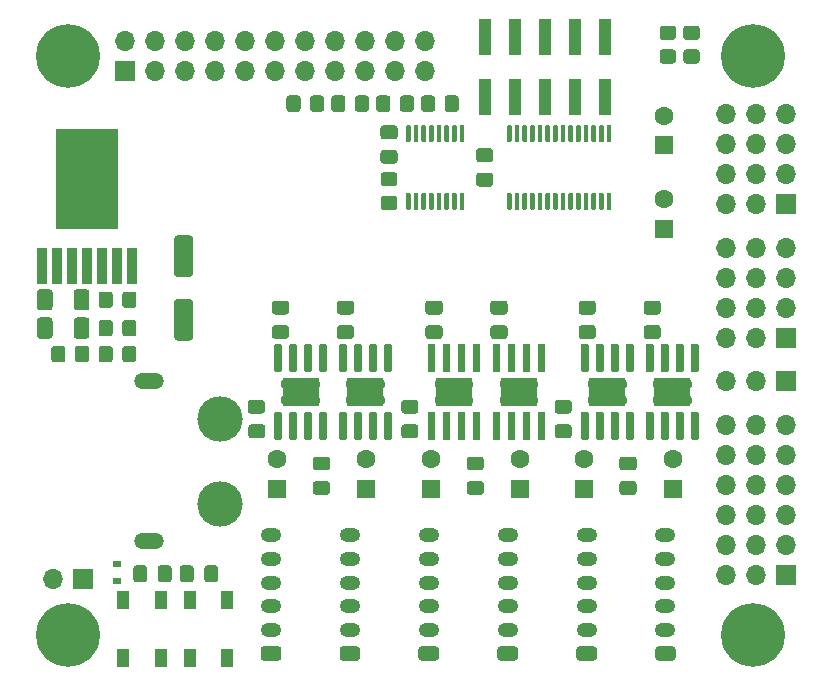
<source format=gts>
G04 #@! TF.GenerationSoftware,KiCad,Pcbnew,(5.1.10)-1*
G04 #@! TF.CreationDate,2021-06-06T14:26:22+02:00*
G04 #@! TF.ProjectId,ww2020,77773230-3230-42e6-9b69-6361645f7063,rev?*
G04 #@! TF.SameCoordinates,Original*
G04 #@! TF.FileFunction,Soldermask,Top*
G04 #@! TF.FilePolarity,Negative*
%FSLAX46Y46*%
G04 Gerber Fmt 4.6, Leading zero omitted, Abs format (unit mm)*
G04 Created by KiCad (PCBNEW (5.1.10)-1) date 2021-06-06 14:26:22*
%MOMM*%
%LPD*%
G01*
G04 APERTURE LIST*
%ADD10R,1.000000X3.150000*%
%ADD11C,1.600000*%
%ADD12R,1.600000X1.600000*%
%ADD13O,1.700000X1.700000*%
%ADD14R,1.700000X1.700000*%
%ADD15O,2.527000X1.327000*%
%ADD16C,3.843000*%
%ADD17R,0.890000X3.060000*%
%ADD18R,5.350000X8.540000*%
%ADD19C,0.770000*%
%ADD20R,3.100000X2.400000*%
%ADD21O,1.750000X1.200000*%
%ADD22C,0.800000*%
%ADD23C,5.400000*%
%ADD24R,0.700000X0.600000*%
%ADD25R,1.000000X1.500000*%
G04 APERTURE END LIST*
G36*
G01*
X132418600Y-54775000D02*
X132218600Y-54775000D01*
G75*
G02*
X132118600Y-54675000I0J100000D01*
G01*
X132118600Y-53400000D01*
G75*
G02*
X132218600Y-53300000I100000J0D01*
G01*
X132418600Y-53300000D01*
G75*
G02*
X132518600Y-53400000I0J-100000D01*
G01*
X132518600Y-54675000D01*
G75*
G02*
X132418600Y-54775000I-100000J0D01*
G01*
G37*
G36*
G01*
X133068600Y-54775000D02*
X132868600Y-54775000D01*
G75*
G02*
X132768600Y-54675000I0J100000D01*
G01*
X132768600Y-53400000D01*
G75*
G02*
X132868600Y-53300000I100000J0D01*
G01*
X133068600Y-53300000D01*
G75*
G02*
X133168600Y-53400000I0J-100000D01*
G01*
X133168600Y-54675000D01*
G75*
G02*
X133068600Y-54775000I-100000J0D01*
G01*
G37*
G36*
G01*
X133718600Y-54775000D02*
X133518600Y-54775000D01*
G75*
G02*
X133418600Y-54675000I0J100000D01*
G01*
X133418600Y-53400000D01*
G75*
G02*
X133518600Y-53300000I100000J0D01*
G01*
X133718600Y-53300000D01*
G75*
G02*
X133818600Y-53400000I0J-100000D01*
G01*
X133818600Y-54675000D01*
G75*
G02*
X133718600Y-54775000I-100000J0D01*
G01*
G37*
G36*
G01*
X134368600Y-54775000D02*
X134168600Y-54775000D01*
G75*
G02*
X134068600Y-54675000I0J100000D01*
G01*
X134068600Y-53400000D01*
G75*
G02*
X134168600Y-53300000I100000J0D01*
G01*
X134368600Y-53300000D01*
G75*
G02*
X134468600Y-53400000I0J-100000D01*
G01*
X134468600Y-54675000D01*
G75*
G02*
X134368600Y-54775000I-100000J0D01*
G01*
G37*
G36*
G01*
X135018600Y-54775000D02*
X134818600Y-54775000D01*
G75*
G02*
X134718600Y-54675000I0J100000D01*
G01*
X134718600Y-53400000D01*
G75*
G02*
X134818600Y-53300000I100000J0D01*
G01*
X135018600Y-53300000D01*
G75*
G02*
X135118600Y-53400000I0J-100000D01*
G01*
X135118600Y-54675000D01*
G75*
G02*
X135018600Y-54775000I-100000J0D01*
G01*
G37*
G36*
G01*
X135668600Y-54775000D02*
X135468600Y-54775000D01*
G75*
G02*
X135368600Y-54675000I0J100000D01*
G01*
X135368600Y-53400000D01*
G75*
G02*
X135468600Y-53300000I100000J0D01*
G01*
X135668600Y-53300000D01*
G75*
G02*
X135768600Y-53400000I0J-100000D01*
G01*
X135768600Y-54675000D01*
G75*
G02*
X135668600Y-54775000I-100000J0D01*
G01*
G37*
G36*
G01*
X136318600Y-54775000D02*
X136118600Y-54775000D01*
G75*
G02*
X136018600Y-54675000I0J100000D01*
G01*
X136018600Y-53400000D01*
G75*
G02*
X136118600Y-53300000I100000J0D01*
G01*
X136318600Y-53300000D01*
G75*
G02*
X136418600Y-53400000I0J-100000D01*
G01*
X136418600Y-54675000D01*
G75*
G02*
X136318600Y-54775000I-100000J0D01*
G01*
G37*
G36*
G01*
X136968600Y-54775000D02*
X136768600Y-54775000D01*
G75*
G02*
X136668600Y-54675000I0J100000D01*
G01*
X136668600Y-53400000D01*
G75*
G02*
X136768600Y-53300000I100000J0D01*
G01*
X136968600Y-53300000D01*
G75*
G02*
X137068600Y-53400000I0J-100000D01*
G01*
X137068600Y-54675000D01*
G75*
G02*
X136968600Y-54775000I-100000J0D01*
G01*
G37*
G36*
G01*
X136968600Y-60500000D02*
X136768600Y-60500000D01*
G75*
G02*
X136668600Y-60400000I0J100000D01*
G01*
X136668600Y-59125000D01*
G75*
G02*
X136768600Y-59025000I100000J0D01*
G01*
X136968600Y-59025000D01*
G75*
G02*
X137068600Y-59125000I0J-100000D01*
G01*
X137068600Y-60400000D01*
G75*
G02*
X136968600Y-60500000I-100000J0D01*
G01*
G37*
G36*
G01*
X136318600Y-60500000D02*
X136118600Y-60500000D01*
G75*
G02*
X136018600Y-60400000I0J100000D01*
G01*
X136018600Y-59125000D01*
G75*
G02*
X136118600Y-59025000I100000J0D01*
G01*
X136318600Y-59025000D01*
G75*
G02*
X136418600Y-59125000I0J-100000D01*
G01*
X136418600Y-60400000D01*
G75*
G02*
X136318600Y-60500000I-100000J0D01*
G01*
G37*
G36*
G01*
X135668600Y-60500000D02*
X135468600Y-60500000D01*
G75*
G02*
X135368600Y-60400000I0J100000D01*
G01*
X135368600Y-59125000D01*
G75*
G02*
X135468600Y-59025000I100000J0D01*
G01*
X135668600Y-59025000D01*
G75*
G02*
X135768600Y-59125000I0J-100000D01*
G01*
X135768600Y-60400000D01*
G75*
G02*
X135668600Y-60500000I-100000J0D01*
G01*
G37*
G36*
G01*
X135018600Y-60500000D02*
X134818600Y-60500000D01*
G75*
G02*
X134718600Y-60400000I0J100000D01*
G01*
X134718600Y-59125000D01*
G75*
G02*
X134818600Y-59025000I100000J0D01*
G01*
X135018600Y-59025000D01*
G75*
G02*
X135118600Y-59125000I0J-100000D01*
G01*
X135118600Y-60400000D01*
G75*
G02*
X135018600Y-60500000I-100000J0D01*
G01*
G37*
G36*
G01*
X134368600Y-60500000D02*
X134168600Y-60500000D01*
G75*
G02*
X134068600Y-60400000I0J100000D01*
G01*
X134068600Y-59125000D01*
G75*
G02*
X134168600Y-59025000I100000J0D01*
G01*
X134368600Y-59025000D01*
G75*
G02*
X134468600Y-59125000I0J-100000D01*
G01*
X134468600Y-60400000D01*
G75*
G02*
X134368600Y-60500000I-100000J0D01*
G01*
G37*
G36*
G01*
X133718600Y-60500000D02*
X133518600Y-60500000D01*
G75*
G02*
X133418600Y-60400000I0J100000D01*
G01*
X133418600Y-59125000D01*
G75*
G02*
X133518600Y-59025000I100000J0D01*
G01*
X133718600Y-59025000D01*
G75*
G02*
X133818600Y-59125000I0J-100000D01*
G01*
X133818600Y-60400000D01*
G75*
G02*
X133718600Y-60500000I-100000J0D01*
G01*
G37*
G36*
G01*
X133068600Y-60500000D02*
X132868600Y-60500000D01*
G75*
G02*
X132768600Y-60400000I0J100000D01*
G01*
X132768600Y-59125000D01*
G75*
G02*
X132868600Y-59025000I100000J0D01*
G01*
X133068600Y-59025000D01*
G75*
G02*
X133168600Y-59125000I0J-100000D01*
G01*
X133168600Y-60400000D01*
G75*
G02*
X133068600Y-60500000I-100000J0D01*
G01*
G37*
G36*
G01*
X132418600Y-60500000D02*
X132218600Y-60500000D01*
G75*
G02*
X132118600Y-60400000I0J100000D01*
G01*
X132118600Y-59125000D01*
G75*
G02*
X132218600Y-59025000I100000J0D01*
G01*
X132418600Y-59025000D01*
G75*
G02*
X132518600Y-59125000I0J-100000D01*
G01*
X132518600Y-60400000D01*
G75*
G02*
X132418600Y-60500000I-100000J0D01*
G01*
G37*
D10*
X148945600Y-45875000D03*
X148945600Y-50925000D03*
X146405600Y-45875000D03*
X146405600Y-50925000D03*
X143865600Y-45875000D03*
X143865600Y-50925000D03*
X141325600Y-45875000D03*
X141325600Y-50925000D03*
X138785600Y-45875000D03*
X138785600Y-50925000D03*
G36*
G01*
X140975000Y-54775000D02*
X140775000Y-54775000D01*
G75*
G02*
X140675000Y-54675000I0J100000D01*
G01*
X140675000Y-53400000D01*
G75*
G02*
X140775000Y-53300000I100000J0D01*
G01*
X140975000Y-53300000D01*
G75*
G02*
X141075000Y-53400000I0J-100000D01*
G01*
X141075000Y-54675000D01*
G75*
G02*
X140975000Y-54775000I-100000J0D01*
G01*
G37*
G36*
G01*
X141625000Y-54775000D02*
X141425000Y-54775000D01*
G75*
G02*
X141325000Y-54675000I0J100000D01*
G01*
X141325000Y-53400000D01*
G75*
G02*
X141425000Y-53300000I100000J0D01*
G01*
X141625000Y-53300000D01*
G75*
G02*
X141725000Y-53400000I0J-100000D01*
G01*
X141725000Y-54675000D01*
G75*
G02*
X141625000Y-54775000I-100000J0D01*
G01*
G37*
G36*
G01*
X142275000Y-54775000D02*
X142075000Y-54775000D01*
G75*
G02*
X141975000Y-54675000I0J100000D01*
G01*
X141975000Y-53400000D01*
G75*
G02*
X142075000Y-53300000I100000J0D01*
G01*
X142275000Y-53300000D01*
G75*
G02*
X142375000Y-53400000I0J-100000D01*
G01*
X142375000Y-54675000D01*
G75*
G02*
X142275000Y-54775000I-100000J0D01*
G01*
G37*
G36*
G01*
X142925000Y-54775000D02*
X142725000Y-54775000D01*
G75*
G02*
X142625000Y-54675000I0J100000D01*
G01*
X142625000Y-53400000D01*
G75*
G02*
X142725000Y-53300000I100000J0D01*
G01*
X142925000Y-53300000D01*
G75*
G02*
X143025000Y-53400000I0J-100000D01*
G01*
X143025000Y-54675000D01*
G75*
G02*
X142925000Y-54775000I-100000J0D01*
G01*
G37*
G36*
G01*
X143575000Y-54775000D02*
X143375000Y-54775000D01*
G75*
G02*
X143275000Y-54675000I0J100000D01*
G01*
X143275000Y-53400000D01*
G75*
G02*
X143375000Y-53300000I100000J0D01*
G01*
X143575000Y-53300000D01*
G75*
G02*
X143675000Y-53400000I0J-100000D01*
G01*
X143675000Y-54675000D01*
G75*
G02*
X143575000Y-54775000I-100000J0D01*
G01*
G37*
G36*
G01*
X144225000Y-54775000D02*
X144025000Y-54775000D01*
G75*
G02*
X143925000Y-54675000I0J100000D01*
G01*
X143925000Y-53400000D01*
G75*
G02*
X144025000Y-53300000I100000J0D01*
G01*
X144225000Y-53300000D01*
G75*
G02*
X144325000Y-53400000I0J-100000D01*
G01*
X144325000Y-54675000D01*
G75*
G02*
X144225000Y-54775000I-100000J0D01*
G01*
G37*
G36*
G01*
X144875000Y-54775000D02*
X144675000Y-54775000D01*
G75*
G02*
X144575000Y-54675000I0J100000D01*
G01*
X144575000Y-53400000D01*
G75*
G02*
X144675000Y-53300000I100000J0D01*
G01*
X144875000Y-53300000D01*
G75*
G02*
X144975000Y-53400000I0J-100000D01*
G01*
X144975000Y-54675000D01*
G75*
G02*
X144875000Y-54775000I-100000J0D01*
G01*
G37*
G36*
G01*
X145525000Y-54775000D02*
X145325000Y-54775000D01*
G75*
G02*
X145225000Y-54675000I0J100000D01*
G01*
X145225000Y-53400000D01*
G75*
G02*
X145325000Y-53300000I100000J0D01*
G01*
X145525000Y-53300000D01*
G75*
G02*
X145625000Y-53400000I0J-100000D01*
G01*
X145625000Y-54675000D01*
G75*
G02*
X145525000Y-54775000I-100000J0D01*
G01*
G37*
G36*
G01*
X146175000Y-54775000D02*
X145975000Y-54775000D01*
G75*
G02*
X145875000Y-54675000I0J100000D01*
G01*
X145875000Y-53400000D01*
G75*
G02*
X145975000Y-53300000I100000J0D01*
G01*
X146175000Y-53300000D01*
G75*
G02*
X146275000Y-53400000I0J-100000D01*
G01*
X146275000Y-54675000D01*
G75*
G02*
X146175000Y-54775000I-100000J0D01*
G01*
G37*
G36*
G01*
X146825000Y-54775000D02*
X146625000Y-54775000D01*
G75*
G02*
X146525000Y-54675000I0J100000D01*
G01*
X146525000Y-53400000D01*
G75*
G02*
X146625000Y-53300000I100000J0D01*
G01*
X146825000Y-53300000D01*
G75*
G02*
X146925000Y-53400000I0J-100000D01*
G01*
X146925000Y-54675000D01*
G75*
G02*
X146825000Y-54775000I-100000J0D01*
G01*
G37*
G36*
G01*
X147475000Y-54775000D02*
X147275000Y-54775000D01*
G75*
G02*
X147175000Y-54675000I0J100000D01*
G01*
X147175000Y-53400000D01*
G75*
G02*
X147275000Y-53300000I100000J0D01*
G01*
X147475000Y-53300000D01*
G75*
G02*
X147575000Y-53400000I0J-100000D01*
G01*
X147575000Y-54675000D01*
G75*
G02*
X147475000Y-54775000I-100000J0D01*
G01*
G37*
G36*
G01*
X148125000Y-54775000D02*
X147925000Y-54775000D01*
G75*
G02*
X147825000Y-54675000I0J100000D01*
G01*
X147825000Y-53400000D01*
G75*
G02*
X147925000Y-53300000I100000J0D01*
G01*
X148125000Y-53300000D01*
G75*
G02*
X148225000Y-53400000I0J-100000D01*
G01*
X148225000Y-54675000D01*
G75*
G02*
X148125000Y-54775000I-100000J0D01*
G01*
G37*
G36*
G01*
X148775000Y-54775000D02*
X148575000Y-54775000D01*
G75*
G02*
X148475000Y-54675000I0J100000D01*
G01*
X148475000Y-53400000D01*
G75*
G02*
X148575000Y-53300000I100000J0D01*
G01*
X148775000Y-53300000D01*
G75*
G02*
X148875000Y-53400000I0J-100000D01*
G01*
X148875000Y-54675000D01*
G75*
G02*
X148775000Y-54775000I-100000J0D01*
G01*
G37*
G36*
G01*
X149425000Y-54775000D02*
X149225000Y-54775000D01*
G75*
G02*
X149125000Y-54675000I0J100000D01*
G01*
X149125000Y-53400000D01*
G75*
G02*
X149225000Y-53300000I100000J0D01*
G01*
X149425000Y-53300000D01*
G75*
G02*
X149525000Y-53400000I0J-100000D01*
G01*
X149525000Y-54675000D01*
G75*
G02*
X149425000Y-54775000I-100000J0D01*
G01*
G37*
G36*
G01*
X149425000Y-60500000D02*
X149225000Y-60500000D01*
G75*
G02*
X149125000Y-60400000I0J100000D01*
G01*
X149125000Y-59125000D01*
G75*
G02*
X149225000Y-59025000I100000J0D01*
G01*
X149425000Y-59025000D01*
G75*
G02*
X149525000Y-59125000I0J-100000D01*
G01*
X149525000Y-60400000D01*
G75*
G02*
X149425000Y-60500000I-100000J0D01*
G01*
G37*
G36*
G01*
X148775000Y-60500000D02*
X148575000Y-60500000D01*
G75*
G02*
X148475000Y-60400000I0J100000D01*
G01*
X148475000Y-59125000D01*
G75*
G02*
X148575000Y-59025000I100000J0D01*
G01*
X148775000Y-59025000D01*
G75*
G02*
X148875000Y-59125000I0J-100000D01*
G01*
X148875000Y-60400000D01*
G75*
G02*
X148775000Y-60500000I-100000J0D01*
G01*
G37*
G36*
G01*
X148125000Y-60500000D02*
X147925000Y-60500000D01*
G75*
G02*
X147825000Y-60400000I0J100000D01*
G01*
X147825000Y-59125000D01*
G75*
G02*
X147925000Y-59025000I100000J0D01*
G01*
X148125000Y-59025000D01*
G75*
G02*
X148225000Y-59125000I0J-100000D01*
G01*
X148225000Y-60400000D01*
G75*
G02*
X148125000Y-60500000I-100000J0D01*
G01*
G37*
G36*
G01*
X147475000Y-60500000D02*
X147275000Y-60500000D01*
G75*
G02*
X147175000Y-60400000I0J100000D01*
G01*
X147175000Y-59125000D01*
G75*
G02*
X147275000Y-59025000I100000J0D01*
G01*
X147475000Y-59025000D01*
G75*
G02*
X147575000Y-59125000I0J-100000D01*
G01*
X147575000Y-60400000D01*
G75*
G02*
X147475000Y-60500000I-100000J0D01*
G01*
G37*
G36*
G01*
X146825000Y-60500000D02*
X146625000Y-60500000D01*
G75*
G02*
X146525000Y-60400000I0J100000D01*
G01*
X146525000Y-59125000D01*
G75*
G02*
X146625000Y-59025000I100000J0D01*
G01*
X146825000Y-59025000D01*
G75*
G02*
X146925000Y-59125000I0J-100000D01*
G01*
X146925000Y-60400000D01*
G75*
G02*
X146825000Y-60500000I-100000J0D01*
G01*
G37*
G36*
G01*
X146175000Y-60500000D02*
X145975000Y-60500000D01*
G75*
G02*
X145875000Y-60400000I0J100000D01*
G01*
X145875000Y-59125000D01*
G75*
G02*
X145975000Y-59025000I100000J0D01*
G01*
X146175000Y-59025000D01*
G75*
G02*
X146275000Y-59125000I0J-100000D01*
G01*
X146275000Y-60400000D01*
G75*
G02*
X146175000Y-60500000I-100000J0D01*
G01*
G37*
G36*
G01*
X145525000Y-60500000D02*
X145325000Y-60500000D01*
G75*
G02*
X145225000Y-60400000I0J100000D01*
G01*
X145225000Y-59125000D01*
G75*
G02*
X145325000Y-59025000I100000J0D01*
G01*
X145525000Y-59025000D01*
G75*
G02*
X145625000Y-59125000I0J-100000D01*
G01*
X145625000Y-60400000D01*
G75*
G02*
X145525000Y-60500000I-100000J0D01*
G01*
G37*
G36*
G01*
X144875000Y-60500000D02*
X144675000Y-60500000D01*
G75*
G02*
X144575000Y-60400000I0J100000D01*
G01*
X144575000Y-59125000D01*
G75*
G02*
X144675000Y-59025000I100000J0D01*
G01*
X144875000Y-59025000D01*
G75*
G02*
X144975000Y-59125000I0J-100000D01*
G01*
X144975000Y-60400000D01*
G75*
G02*
X144875000Y-60500000I-100000J0D01*
G01*
G37*
G36*
G01*
X144225000Y-60500000D02*
X144025000Y-60500000D01*
G75*
G02*
X143925000Y-60400000I0J100000D01*
G01*
X143925000Y-59125000D01*
G75*
G02*
X144025000Y-59025000I100000J0D01*
G01*
X144225000Y-59025000D01*
G75*
G02*
X144325000Y-59125000I0J-100000D01*
G01*
X144325000Y-60400000D01*
G75*
G02*
X144225000Y-60500000I-100000J0D01*
G01*
G37*
G36*
G01*
X143575000Y-60500000D02*
X143375000Y-60500000D01*
G75*
G02*
X143275000Y-60400000I0J100000D01*
G01*
X143275000Y-59125000D01*
G75*
G02*
X143375000Y-59025000I100000J0D01*
G01*
X143575000Y-59025000D01*
G75*
G02*
X143675000Y-59125000I0J-100000D01*
G01*
X143675000Y-60400000D01*
G75*
G02*
X143575000Y-60500000I-100000J0D01*
G01*
G37*
G36*
G01*
X142925000Y-60500000D02*
X142725000Y-60500000D01*
G75*
G02*
X142625000Y-60400000I0J100000D01*
G01*
X142625000Y-59125000D01*
G75*
G02*
X142725000Y-59025000I100000J0D01*
G01*
X142925000Y-59025000D01*
G75*
G02*
X143025000Y-59125000I0J-100000D01*
G01*
X143025000Y-60400000D01*
G75*
G02*
X142925000Y-60500000I-100000J0D01*
G01*
G37*
G36*
G01*
X142275000Y-60500000D02*
X142075000Y-60500000D01*
G75*
G02*
X141975000Y-60400000I0J100000D01*
G01*
X141975000Y-59125000D01*
G75*
G02*
X142075000Y-59025000I100000J0D01*
G01*
X142275000Y-59025000D01*
G75*
G02*
X142375000Y-59125000I0J-100000D01*
G01*
X142375000Y-60400000D01*
G75*
G02*
X142275000Y-60500000I-100000J0D01*
G01*
G37*
G36*
G01*
X141625000Y-60500000D02*
X141425000Y-60500000D01*
G75*
G02*
X141325000Y-60400000I0J100000D01*
G01*
X141325000Y-59125000D01*
G75*
G02*
X141425000Y-59025000I100000J0D01*
G01*
X141625000Y-59025000D01*
G75*
G02*
X141725000Y-59125000I0J-100000D01*
G01*
X141725000Y-60400000D01*
G75*
G02*
X141625000Y-60500000I-100000J0D01*
G01*
G37*
G36*
G01*
X140975000Y-60500000D02*
X140775000Y-60500000D01*
G75*
G02*
X140675000Y-60400000I0J100000D01*
G01*
X140675000Y-59125000D01*
G75*
G02*
X140775000Y-59025000I100000J0D01*
G01*
X140975000Y-59025000D01*
G75*
G02*
X141075000Y-59125000I0J-100000D01*
G01*
X141075000Y-60400000D01*
G75*
G02*
X140975000Y-60500000I-100000J0D01*
G01*
G37*
G36*
G01*
X104000000Y-71150001D02*
X104000000Y-69849999D01*
G75*
G02*
X104249999Y-69600000I249999J0D01*
G01*
X105075001Y-69600000D01*
G75*
G02*
X105325000Y-69849999I0J-249999D01*
G01*
X105325000Y-71150001D01*
G75*
G02*
X105075001Y-71400000I-249999J0D01*
G01*
X104249999Y-71400000D01*
G75*
G02*
X104000000Y-71150001I0J249999D01*
G01*
G37*
G36*
G01*
X100875000Y-71150001D02*
X100875000Y-69849999D01*
G75*
G02*
X101124999Y-69600000I249999J0D01*
G01*
X101950001Y-69600000D01*
G75*
G02*
X102200000Y-69849999I0J-249999D01*
G01*
X102200000Y-71150001D01*
G75*
G02*
X101950001Y-71400000I-249999J0D01*
G01*
X101124999Y-71400000D01*
G75*
G02*
X100875000Y-71150001I0J249999D01*
G01*
G37*
D11*
X154000000Y-59600000D03*
D12*
X154000000Y-62100000D03*
D13*
X159250000Y-63690000D03*
X159250000Y-71310000D03*
X159250000Y-66230000D03*
X159250000Y-68770000D03*
X161790000Y-63690000D03*
X164330000Y-63690000D03*
X161790000Y-66230000D03*
X164330000Y-66230000D03*
X161790000Y-68770000D03*
X164330000Y-68770000D03*
X161790000Y-71310000D03*
D14*
X164330000Y-71310000D03*
D13*
X161790000Y-78700000D03*
X159250000Y-78700000D03*
X164330000Y-78700000D03*
X159250000Y-83780000D03*
X159250000Y-91400000D03*
X159250000Y-81240000D03*
X159250000Y-86320000D03*
X159250000Y-88860000D03*
X161790000Y-81240000D03*
X164330000Y-81240000D03*
X161790000Y-83780000D03*
X164330000Y-83780000D03*
X161790000Y-86320000D03*
X164330000Y-86320000D03*
X161790000Y-88860000D03*
X164330000Y-88860000D03*
X161790000Y-91400000D03*
D14*
X164330000Y-91400000D03*
D15*
X110350000Y-75014001D03*
X110350000Y-88514001D03*
D16*
X116350000Y-78164001D03*
X116350000Y-85364001D03*
D13*
X159250000Y-52400000D03*
X159250000Y-60020000D03*
X159250000Y-54940000D03*
X159250000Y-57480000D03*
X161790000Y-52400000D03*
X164330000Y-52400000D03*
X161790000Y-54940000D03*
X164330000Y-54940000D03*
X161790000Y-57480000D03*
X164330000Y-57480000D03*
X161790000Y-60020000D03*
D14*
X164330000Y-60020000D03*
G36*
G01*
X154750001Y-46100000D02*
X153849999Y-46100000D01*
G75*
G02*
X153600000Y-45850001I0J249999D01*
G01*
X153600000Y-45149999D01*
G75*
G02*
X153849999Y-44900000I249999J0D01*
G01*
X154750001Y-44900000D01*
G75*
G02*
X155000000Y-45149999I0J-249999D01*
G01*
X155000000Y-45850001D01*
G75*
G02*
X154750001Y-46100000I-249999J0D01*
G01*
G37*
G36*
G01*
X154750001Y-48100000D02*
X153849999Y-48100000D01*
G75*
G02*
X153600000Y-47850001I0J249999D01*
G01*
X153600000Y-47149999D01*
G75*
G02*
X153849999Y-46900000I249999J0D01*
G01*
X154750001Y-46900000D01*
G75*
G02*
X155000000Y-47149999I0J-249999D01*
G01*
X155000000Y-47850001D01*
G75*
G02*
X154750001Y-48100000I-249999J0D01*
G01*
G37*
D17*
X101290000Y-65200000D03*
X102560000Y-65200000D03*
X103830000Y-65200000D03*
X105100000Y-65200000D03*
X106370000Y-65200000D03*
X108910000Y-65200000D03*
X107640000Y-65200000D03*
D18*
X105100000Y-57895000D03*
D19*
X153370000Y-76550000D03*
X153370000Y-75250000D03*
X155970000Y-76550000D03*
X154670000Y-76550000D03*
X154670000Y-75250000D03*
X155970000Y-75250000D03*
G36*
G01*
X156325000Y-77605000D02*
X156825000Y-77605000D01*
G75*
G02*
X156895000Y-77675000I0J-70000D01*
G01*
X156895000Y-79875000D01*
G75*
G02*
X156825000Y-79945000I-70000J0D01*
G01*
X156325000Y-79945000D01*
G75*
G02*
X156255000Y-79875000I0J70000D01*
G01*
X156255000Y-77675000D01*
G75*
G02*
X156325000Y-77605000I70000J0D01*
G01*
G37*
G36*
G01*
X155055000Y-77605000D02*
X155555000Y-77605000D01*
G75*
G02*
X155625000Y-77675000I0J-70000D01*
G01*
X155625000Y-79875000D01*
G75*
G02*
X155555000Y-79945000I-70000J0D01*
G01*
X155055000Y-79945000D01*
G75*
G02*
X154985000Y-79875000I0J70000D01*
G01*
X154985000Y-77675000D01*
G75*
G02*
X155055000Y-77605000I70000J0D01*
G01*
G37*
G36*
G01*
X153785000Y-77605000D02*
X154285000Y-77605000D01*
G75*
G02*
X154355000Y-77675000I0J-70000D01*
G01*
X154355000Y-79875000D01*
G75*
G02*
X154285000Y-79945000I-70000J0D01*
G01*
X153785000Y-79945000D01*
G75*
G02*
X153715000Y-79875000I0J70000D01*
G01*
X153715000Y-77675000D01*
G75*
G02*
X153785000Y-77605000I70000J0D01*
G01*
G37*
G36*
G01*
X152515000Y-77605000D02*
X153015000Y-77605000D01*
G75*
G02*
X153085000Y-77675000I0J-70000D01*
G01*
X153085000Y-79875000D01*
G75*
G02*
X153015000Y-79945000I-70000J0D01*
G01*
X152515000Y-79945000D01*
G75*
G02*
X152445000Y-79875000I0J70000D01*
G01*
X152445000Y-77675000D01*
G75*
G02*
X152515000Y-77605000I70000J0D01*
G01*
G37*
G36*
G01*
X152515000Y-71855000D02*
X153015000Y-71855000D01*
G75*
G02*
X153085000Y-71925000I0J-70000D01*
G01*
X153085000Y-74125000D01*
G75*
G02*
X153015000Y-74195000I-70000J0D01*
G01*
X152515000Y-74195000D01*
G75*
G02*
X152445000Y-74125000I0J70000D01*
G01*
X152445000Y-71925000D01*
G75*
G02*
X152515000Y-71855000I70000J0D01*
G01*
G37*
G36*
G01*
X153785000Y-71855000D02*
X154285000Y-71855000D01*
G75*
G02*
X154355000Y-71925000I0J-70000D01*
G01*
X154355000Y-74125000D01*
G75*
G02*
X154285000Y-74195000I-70000J0D01*
G01*
X153785000Y-74195000D01*
G75*
G02*
X153715000Y-74125000I0J70000D01*
G01*
X153715000Y-71925000D01*
G75*
G02*
X153785000Y-71855000I70000J0D01*
G01*
G37*
G36*
G01*
X155055000Y-71855000D02*
X155555000Y-71855000D01*
G75*
G02*
X155625000Y-71925000I0J-70000D01*
G01*
X155625000Y-74125000D01*
G75*
G02*
X155555000Y-74195000I-70000J0D01*
G01*
X155055000Y-74195000D01*
G75*
G02*
X154985000Y-74125000I0J70000D01*
G01*
X154985000Y-71925000D01*
G75*
G02*
X155055000Y-71855000I70000J0D01*
G01*
G37*
G36*
G01*
X156325000Y-71855000D02*
X156825000Y-71855000D01*
G75*
G02*
X156895000Y-71925000I0J-70000D01*
G01*
X156895000Y-74125000D01*
G75*
G02*
X156825000Y-74195000I-70000J0D01*
G01*
X156325000Y-74195000D01*
G75*
G02*
X156255000Y-74125000I0J70000D01*
G01*
X156255000Y-71925000D01*
G75*
G02*
X156325000Y-71855000I70000J0D01*
G01*
G37*
D20*
X154670000Y-75900000D03*
D19*
X147870000Y-76550000D03*
X147870000Y-75250000D03*
X150470000Y-76550000D03*
X149170000Y-76550000D03*
X149170000Y-75250000D03*
X150470000Y-75250000D03*
G36*
G01*
X150825000Y-77605000D02*
X151325000Y-77605000D01*
G75*
G02*
X151395000Y-77675000I0J-70000D01*
G01*
X151395000Y-79875000D01*
G75*
G02*
X151325000Y-79945000I-70000J0D01*
G01*
X150825000Y-79945000D01*
G75*
G02*
X150755000Y-79875000I0J70000D01*
G01*
X150755000Y-77675000D01*
G75*
G02*
X150825000Y-77605000I70000J0D01*
G01*
G37*
G36*
G01*
X149555000Y-77605000D02*
X150055000Y-77605000D01*
G75*
G02*
X150125000Y-77675000I0J-70000D01*
G01*
X150125000Y-79875000D01*
G75*
G02*
X150055000Y-79945000I-70000J0D01*
G01*
X149555000Y-79945000D01*
G75*
G02*
X149485000Y-79875000I0J70000D01*
G01*
X149485000Y-77675000D01*
G75*
G02*
X149555000Y-77605000I70000J0D01*
G01*
G37*
G36*
G01*
X148285000Y-77605000D02*
X148785000Y-77605000D01*
G75*
G02*
X148855000Y-77675000I0J-70000D01*
G01*
X148855000Y-79875000D01*
G75*
G02*
X148785000Y-79945000I-70000J0D01*
G01*
X148285000Y-79945000D01*
G75*
G02*
X148215000Y-79875000I0J70000D01*
G01*
X148215000Y-77675000D01*
G75*
G02*
X148285000Y-77605000I70000J0D01*
G01*
G37*
G36*
G01*
X147015000Y-77605000D02*
X147515000Y-77605000D01*
G75*
G02*
X147585000Y-77675000I0J-70000D01*
G01*
X147585000Y-79875000D01*
G75*
G02*
X147515000Y-79945000I-70000J0D01*
G01*
X147015000Y-79945000D01*
G75*
G02*
X146945000Y-79875000I0J70000D01*
G01*
X146945000Y-77675000D01*
G75*
G02*
X147015000Y-77605000I70000J0D01*
G01*
G37*
G36*
G01*
X147015000Y-71855000D02*
X147515000Y-71855000D01*
G75*
G02*
X147585000Y-71925000I0J-70000D01*
G01*
X147585000Y-74125000D01*
G75*
G02*
X147515000Y-74195000I-70000J0D01*
G01*
X147015000Y-74195000D01*
G75*
G02*
X146945000Y-74125000I0J70000D01*
G01*
X146945000Y-71925000D01*
G75*
G02*
X147015000Y-71855000I70000J0D01*
G01*
G37*
G36*
G01*
X148285000Y-71855000D02*
X148785000Y-71855000D01*
G75*
G02*
X148855000Y-71925000I0J-70000D01*
G01*
X148855000Y-74125000D01*
G75*
G02*
X148785000Y-74195000I-70000J0D01*
G01*
X148285000Y-74195000D01*
G75*
G02*
X148215000Y-74125000I0J70000D01*
G01*
X148215000Y-71925000D01*
G75*
G02*
X148285000Y-71855000I70000J0D01*
G01*
G37*
G36*
G01*
X149555000Y-71855000D02*
X150055000Y-71855000D01*
G75*
G02*
X150125000Y-71925000I0J-70000D01*
G01*
X150125000Y-74125000D01*
G75*
G02*
X150055000Y-74195000I-70000J0D01*
G01*
X149555000Y-74195000D01*
G75*
G02*
X149485000Y-74125000I0J70000D01*
G01*
X149485000Y-71925000D01*
G75*
G02*
X149555000Y-71855000I70000J0D01*
G01*
G37*
G36*
G01*
X150825000Y-71855000D02*
X151325000Y-71855000D01*
G75*
G02*
X151395000Y-71925000I0J-70000D01*
G01*
X151395000Y-74125000D01*
G75*
G02*
X151325000Y-74195000I-70000J0D01*
G01*
X150825000Y-74195000D01*
G75*
G02*
X150755000Y-74125000I0J70000D01*
G01*
X150755000Y-71925000D01*
G75*
G02*
X150825000Y-71855000I70000J0D01*
G01*
G37*
D20*
X149170000Y-75900000D03*
D19*
X140400000Y-76550000D03*
X140400000Y-75250000D03*
X143000000Y-76550000D03*
X141700000Y-76550000D03*
X141700000Y-75250000D03*
X143000000Y-75250000D03*
G36*
G01*
X143355000Y-77605000D02*
X143855000Y-77605000D01*
G75*
G02*
X143925000Y-77675000I0J-70000D01*
G01*
X143925000Y-79875000D01*
G75*
G02*
X143855000Y-79945000I-70000J0D01*
G01*
X143355000Y-79945000D01*
G75*
G02*
X143285000Y-79875000I0J70000D01*
G01*
X143285000Y-77675000D01*
G75*
G02*
X143355000Y-77605000I70000J0D01*
G01*
G37*
G36*
G01*
X142085000Y-77605000D02*
X142585000Y-77605000D01*
G75*
G02*
X142655000Y-77675000I0J-70000D01*
G01*
X142655000Y-79875000D01*
G75*
G02*
X142585000Y-79945000I-70000J0D01*
G01*
X142085000Y-79945000D01*
G75*
G02*
X142015000Y-79875000I0J70000D01*
G01*
X142015000Y-77675000D01*
G75*
G02*
X142085000Y-77605000I70000J0D01*
G01*
G37*
G36*
G01*
X140815000Y-77605000D02*
X141315000Y-77605000D01*
G75*
G02*
X141385000Y-77675000I0J-70000D01*
G01*
X141385000Y-79875000D01*
G75*
G02*
X141315000Y-79945000I-70000J0D01*
G01*
X140815000Y-79945000D01*
G75*
G02*
X140745000Y-79875000I0J70000D01*
G01*
X140745000Y-77675000D01*
G75*
G02*
X140815000Y-77605000I70000J0D01*
G01*
G37*
G36*
G01*
X139545000Y-77605000D02*
X140045000Y-77605000D01*
G75*
G02*
X140115000Y-77675000I0J-70000D01*
G01*
X140115000Y-79875000D01*
G75*
G02*
X140045000Y-79945000I-70000J0D01*
G01*
X139545000Y-79945000D01*
G75*
G02*
X139475000Y-79875000I0J70000D01*
G01*
X139475000Y-77675000D01*
G75*
G02*
X139545000Y-77605000I70000J0D01*
G01*
G37*
G36*
G01*
X139545000Y-71855000D02*
X140045000Y-71855000D01*
G75*
G02*
X140115000Y-71925000I0J-70000D01*
G01*
X140115000Y-74125000D01*
G75*
G02*
X140045000Y-74195000I-70000J0D01*
G01*
X139545000Y-74195000D01*
G75*
G02*
X139475000Y-74125000I0J70000D01*
G01*
X139475000Y-71925000D01*
G75*
G02*
X139545000Y-71855000I70000J0D01*
G01*
G37*
G36*
G01*
X140815000Y-71855000D02*
X141315000Y-71855000D01*
G75*
G02*
X141385000Y-71925000I0J-70000D01*
G01*
X141385000Y-74125000D01*
G75*
G02*
X141315000Y-74195000I-70000J0D01*
G01*
X140815000Y-74195000D01*
G75*
G02*
X140745000Y-74125000I0J70000D01*
G01*
X140745000Y-71925000D01*
G75*
G02*
X140815000Y-71855000I70000J0D01*
G01*
G37*
G36*
G01*
X142085000Y-71855000D02*
X142585000Y-71855000D01*
G75*
G02*
X142655000Y-71925000I0J-70000D01*
G01*
X142655000Y-74125000D01*
G75*
G02*
X142585000Y-74195000I-70000J0D01*
G01*
X142085000Y-74195000D01*
G75*
G02*
X142015000Y-74125000I0J70000D01*
G01*
X142015000Y-71925000D01*
G75*
G02*
X142085000Y-71855000I70000J0D01*
G01*
G37*
G36*
G01*
X143355000Y-71855000D02*
X143855000Y-71855000D01*
G75*
G02*
X143925000Y-71925000I0J-70000D01*
G01*
X143925000Y-74125000D01*
G75*
G02*
X143855000Y-74195000I-70000J0D01*
G01*
X143355000Y-74195000D01*
G75*
G02*
X143285000Y-74125000I0J70000D01*
G01*
X143285000Y-71925000D01*
G75*
G02*
X143355000Y-71855000I70000J0D01*
G01*
G37*
D20*
X141700000Y-75900000D03*
D19*
X134900000Y-76550000D03*
X134900000Y-75250000D03*
X137500000Y-76550000D03*
X136200000Y-76550000D03*
X136200000Y-75250000D03*
X137500000Y-75250000D03*
G36*
G01*
X137855000Y-77605000D02*
X138355000Y-77605000D01*
G75*
G02*
X138425000Y-77675000I0J-70000D01*
G01*
X138425000Y-79875000D01*
G75*
G02*
X138355000Y-79945000I-70000J0D01*
G01*
X137855000Y-79945000D01*
G75*
G02*
X137785000Y-79875000I0J70000D01*
G01*
X137785000Y-77675000D01*
G75*
G02*
X137855000Y-77605000I70000J0D01*
G01*
G37*
G36*
G01*
X136585000Y-77605000D02*
X137085000Y-77605000D01*
G75*
G02*
X137155000Y-77675000I0J-70000D01*
G01*
X137155000Y-79875000D01*
G75*
G02*
X137085000Y-79945000I-70000J0D01*
G01*
X136585000Y-79945000D01*
G75*
G02*
X136515000Y-79875000I0J70000D01*
G01*
X136515000Y-77675000D01*
G75*
G02*
X136585000Y-77605000I70000J0D01*
G01*
G37*
G36*
G01*
X135315000Y-77605000D02*
X135815000Y-77605000D01*
G75*
G02*
X135885000Y-77675000I0J-70000D01*
G01*
X135885000Y-79875000D01*
G75*
G02*
X135815000Y-79945000I-70000J0D01*
G01*
X135315000Y-79945000D01*
G75*
G02*
X135245000Y-79875000I0J70000D01*
G01*
X135245000Y-77675000D01*
G75*
G02*
X135315000Y-77605000I70000J0D01*
G01*
G37*
G36*
G01*
X134045000Y-77605000D02*
X134545000Y-77605000D01*
G75*
G02*
X134615000Y-77675000I0J-70000D01*
G01*
X134615000Y-79875000D01*
G75*
G02*
X134545000Y-79945000I-70000J0D01*
G01*
X134045000Y-79945000D01*
G75*
G02*
X133975000Y-79875000I0J70000D01*
G01*
X133975000Y-77675000D01*
G75*
G02*
X134045000Y-77605000I70000J0D01*
G01*
G37*
G36*
G01*
X134045000Y-71855000D02*
X134545000Y-71855000D01*
G75*
G02*
X134615000Y-71925000I0J-70000D01*
G01*
X134615000Y-74125000D01*
G75*
G02*
X134545000Y-74195000I-70000J0D01*
G01*
X134045000Y-74195000D01*
G75*
G02*
X133975000Y-74125000I0J70000D01*
G01*
X133975000Y-71925000D01*
G75*
G02*
X134045000Y-71855000I70000J0D01*
G01*
G37*
G36*
G01*
X135315000Y-71855000D02*
X135815000Y-71855000D01*
G75*
G02*
X135885000Y-71925000I0J-70000D01*
G01*
X135885000Y-74125000D01*
G75*
G02*
X135815000Y-74195000I-70000J0D01*
G01*
X135315000Y-74195000D01*
G75*
G02*
X135245000Y-74125000I0J70000D01*
G01*
X135245000Y-71925000D01*
G75*
G02*
X135315000Y-71855000I70000J0D01*
G01*
G37*
G36*
G01*
X136585000Y-71855000D02*
X137085000Y-71855000D01*
G75*
G02*
X137155000Y-71925000I0J-70000D01*
G01*
X137155000Y-74125000D01*
G75*
G02*
X137085000Y-74195000I-70000J0D01*
G01*
X136585000Y-74195000D01*
G75*
G02*
X136515000Y-74125000I0J70000D01*
G01*
X136515000Y-71925000D01*
G75*
G02*
X136585000Y-71855000I70000J0D01*
G01*
G37*
G36*
G01*
X137855000Y-71855000D02*
X138355000Y-71855000D01*
G75*
G02*
X138425000Y-71925000I0J-70000D01*
G01*
X138425000Y-74125000D01*
G75*
G02*
X138355000Y-74195000I-70000J0D01*
G01*
X137855000Y-74195000D01*
G75*
G02*
X137785000Y-74125000I0J70000D01*
G01*
X137785000Y-71925000D01*
G75*
G02*
X137855000Y-71855000I70000J0D01*
G01*
G37*
D20*
X136200000Y-75900000D03*
D19*
X127400000Y-76550000D03*
X127400000Y-75250000D03*
X130000000Y-76550000D03*
X128700000Y-76550000D03*
X128700000Y-75250000D03*
X130000000Y-75250000D03*
G36*
G01*
X130355000Y-77605000D02*
X130855000Y-77605000D01*
G75*
G02*
X130925000Y-77675000I0J-70000D01*
G01*
X130925000Y-79875000D01*
G75*
G02*
X130855000Y-79945000I-70000J0D01*
G01*
X130355000Y-79945000D01*
G75*
G02*
X130285000Y-79875000I0J70000D01*
G01*
X130285000Y-77675000D01*
G75*
G02*
X130355000Y-77605000I70000J0D01*
G01*
G37*
G36*
G01*
X129085000Y-77605000D02*
X129585000Y-77605000D01*
G75*
G02*
X129655000Y-77675000I0J-70000D01*
G01*
X129655000Y-79875000D01*
G75*
G02*
X129585000Y-79945000I-70000J0D01*
G01*
X129085000Y-79945000D01*
G75*
G02*
X129015000Y-79875000I0J70000D01*
G01*
X129015000Y-77675000D01*
G75*
G02*
X129085000Y-77605000I70000J0D01*
G01*
G37*
G36*
G01*
X127815000Y-77605000D02*
X128315000Y-77605000D01*
G75*
G02*
X128385000Y-77675000I0J-70000D01*
G01*
X128385000Y-79875000D01*
G75*
G02*
X128315000Y-79945000I-70000J0D01*
G01*
X127815000Y-79945000D01*
G75*
G02*
X127745000Y-79875000I0J70000D01*
G01*
X127745000Y-77675000D01*
G75*
G02*
X127815000Y-77605000I70000J0D01*
G01*
G37*
G36*
G01*
X126545000Y-77605000D02*
X127045000Y-77605000D01*
G75*
G02*
X127115000Y-77675000I0J-70000D01*
G01*
X127115000Y-79875000D01*
G75*
G02*
X127045000Y-79945000I-70000J0D01*
G01*
X126545000Y-79945000D01*
G75*
G02*
X126475000Y-79875000I0J70000D01*
G01*
X126475000Y-77675000D01*
G75*
G02*
X126545000Y-77605000I70000J0D01*
G01*
G37*
G36*
G01*
X126545000Y-71855000D02*
X127045000Y-71855000D01*
G75*
G02*
X127115000Y-71925000I0J-70000D01*
G01*
X127115000Y-74125000D01*
G75*
G02*
X127045000Y-74195000I-70000J0D01*
G01*
X126545000Y-74195000D01*
G75*
G02*
X126475000Y-74125000I0J70000D01*
G01*
X126475000Y-71925000D01*
G75*
G02*
X126545000Y-71855000I70000J0D01*
G01*
G37*
G36*
G01*
X127815000Y-71855000D02*
X128315000Y-71855000D01*
G75*
G02*
X128385000Y-71925000I0J-70000D01*
G01*
X128385000Y-74125000D01*
G75*
G02*
X128315000Y-74195000I-70000J0D01*
G01*
X127815000Y-74195000D01*
G75*
G02*
X127745000Y-74125000I0J70000D01*
G01*
X127745000Y-71925000D01*
G75*
G02*
X127815000Y-71855000I70000J0D01*
G01*
G37*
G36*
G01*
X129085000Y-71855000D02*
X129585000Y-71855000D01*
G75*
G02*
X129655000Y-71925000I0J-70000D01*
G01*
X129655000Y-74125000D01*
G75*
G02*
X129585000Y-74195000I-70000J0D01*
G01*
X129085000Y-74195000D01*
G75*
G02*
X129015000Y-74125000I0J70000D01*
G01*
X129015000Y-71925000D01*
G75*
G02*
X129085000Y-71855000I70000J0D01*
G01*
G37*
G36*
G01*
X130355000Y-71855000D02*
X130855000Y-71855000D01*
G75*
G02*
X130925000Y-71925000I0J-70000D01*
G01*
X130925000Y-74125000D01*
G75*
G02*
X130855000Y-74195000I-70000J0D01*
G01*
X130355000Y-74195000D01*
G75*
G02*
X130285000Y-74125000I0J70000D01*
G01*
X130285000Y-71925000D01*
G75*
G02*
X130355000Y-71855000I70000J0D01*
G01*
G37*
D20*
X128700000Y-75900000D03*
G36*
G01*
X153445000Y-69350000D02*
X152495000Y-69350000D01*
G75*
G02*
X152245000Y-69100000I0J250000D01*
G01*
X152245000Y-68425000D01*
G75*
G02*
X152495000Y-68175000I250000J0D01*
G01*
X153445000Y-68175000D01*
G75*
G02*
X153695000Y-68425000I0J-250000D01*
G01*
X153695000Y-69100000D01*
G75*
G02*
X153445000Y-69350000I-250000J0D01*
G01*
G37*
G36*
G01*
X153445000Y-71425000D02*
X152495000Y-71425000D01*
G75*
G02*
X152245000Y-71175000I0J250000D01*
G01*
X152245000Y-70500000D01*
G75*
G02*
X152495000Y-70250000I250000J0D01*
G01*
X153445000Y-70250000D01*
G75*
G02*
X153695000Y-70500000I0J-250000D01*
G01*
X153695000Y-71175000D01*
G75*
G02*
X153445000Y-71425000I-250000J0D01*
G01*
G37*
G36*
G01*
X147945000Y-69350000D02*
X146995000Y-69350000D01*
G75*
G02*
X146745000Y-69100000I0J250000D01*
G01*
X146745000Y-68425000D01*
G75*
G02*
X146995000Y-68175000I250000J0D01*
G01*
X147945000Y-68175000D01*
G75*
G02*
X148195000Y-68425000I0J-250000D01*
G01*
X148195000Y-69100000D01*
G75*
G02*
X147945000Y-69350000I-250000J0D01*
G01*
G37*
G36*
G01*
X147945000Y-71425000D02*
X146995000Y-71425000D01*
G75*
G02*
X146745000Y-71175000I0J250000D01*
G01*
X146745000Y-70500000D01*
G75*
G02*
X146995000Y-70250000I250000J0D01*
G01*
X147945000Y-70250000D01*
G75*
G02*
X148195000Y-70500000I0J-250000D01*
G01*
X148195000Y-71175000D01*
G75*
G02*
X147945000Y-71425000I-250000J0D01*
G01*
G37*
G36*
G01*
X140475000Y-69350000D02*
X139525000Y-69350000D01*
G75*
G02*
X139275000Y-69100000I0J250000D01*
G01*
X139275000Y-68425000D01*
G75*
G02*
X139525000Y-68175000I250000J0D01*
G01*
X140475000Y-68175000D01*
G75*
G02*
X140725000Y-68425000I0J-250000D01*
G01*
X140725000Y-69100000D01*
G75*
G02*
X140475000Y-69350000I-250000J0D01*
G01*
G37*
G36*
G01*
X140475000Y-71425000D02*
X139525000Y-71425000D01*
G75*
G02*
X139275000Y-71175000I0J250000D01*
G01*
X139275000Y-70500000D01*
G75*
G02*
X139525000Y-70250000I250000J0D01*
G01*
X140475000Y-70250000D01*
G75*
G02*
X140725000Y-70500000I0J-250000D01*
G01*
X140725000Y-71175000D01*
G75*
G02*
X140475000Y-71425000I-250000J0D01*
G01*
G37*
G36*
G01*
X134975000Y-69350000D02*
X134025000Y-69350000D01*
G75*
G02*
X133775000Y-69100000I0J250000D01*
G01*
X133775000Y-68425000D01*
G75*
G02*
X134025000Y-68175000I250000J0D01*
G01*
X134975000Y-68175000D01*
G75*
G02*
X135225000Y-68425000I0J-250000D01*
G01*
X135225000Y-69100000D01*
G75*
G02*
X134975000Y-69350000I-250000J0D01*
G01*
G37*
G36*
G01*
X134975000Y-71425000D02*
X134025000Y-71425000D01*
G75*
G02*
X133775000Y-71175000I0J250000D01*
G01*
X133775000Y-70500000D01*
G75*
G02*
X134025000Y-70250000I250000J0D01*
G01*
X134975000Y-70250000D01*
G75*
G02*
X135225000Y-70500000I0J-250000D01*
G01*
X135225000Y-71175000D01*
G75*
G02*
X134975000Y-71425000I-250000J0D01*
G01*
G37*
G36*
G01*
X127475000Y-69350000D02*
X126525000Y-69350000D01*
G75*
G02*
X126275000Y-69100000I0J250000D01*
G01*
X126275000Y-68425000D01*
G75*
G02*
X126525000Y-68175000I250000J0D01*
G01*
X127475000Y-68175000D01*
G75*
G02*
X127725000Y-68425000I0J-250000D01*
G01*
X127725000Y-69100000D01*
G75*
G02*
X127475000Y-69350000I-250000J0D01*
G01*
G37*
G36*
G01*
X127475000Y-71425000D02*
X126525000Y-71425000D01*
G75*
G02*
X126275000Y-71175000I0J250000D01*
G01*
X126275000Y-70500000D01*
G75*
G02*
X126525000Y-70250000I250000J0D01*
G01*
X127475000Y-70250000D01*
G75*
G02*
X127725000Y-70500000I0J-250000D01*
G01*
X127725000Y-71175000D01*
G75*
G02*
X127475000Y-71425000I-250000J0D01*
G01*
G37*
D21*
X154100000Y-88050000D03*
X154100000Y-90050000D03*
X154100000Y-92050000D03*
X154100000Y-94050000D03*
X154100000Y-96050000D03*
G36*
G01*
X154725001Y-98650000D02*
X153474999Y-98650000D01*
G75*
G02*
X153225000Y-98400001I0J249999D01*
G01*
X153225000Y-97699999D01*
G75*
G02*
X153474999Y-97450000I249999J0D01*
G01*
X154725001Y-97450000D01*
G75*
G02*
X154975000Y-97699999I0J-249999D01*
G01*
X154975000Y-98400001D01*
G75*
G02*
X154725001Y-98650000I-249999J0D01*
G01*
G37*
X147420000Y-88050000D03*
X147420000Y-90050000D03*
X147420000Y-92050000D03*
X147420000Y-94050000D03*
X147420000Y-96050000D03*
G36*
G01*
X148045001Y-98650000D02*
X146794999Y-98650000D01*
G75*
G02*
X146545000Y-98400001I0J249999D01*
G01*
X146545000Y-97699999D01*
G75*
G02*
X146794999Y-97450000I249999J0D01*
G01*
X148045001Y-97450000D01*
G75*
G02*
X148295000Y-97699999I0J-249999D01*
G01*
X148295000Y-98400001D01*
G75*
G02*
X148045001Y-98650000I-249999J0D01*
G01*
G37*
X140740000Y-88050000D03*
X140740000Y-90050000D03*
X140740000Y-92050000D03*
X140740000Y-94050000D03*
X140740000Y-96050000D03*
G36*
G01*
X141365001Y-98650000D02*
X140114999Y-98650000D01*
G75*
G02*
X139865000Y-98400001I0J249999D01*
G01*
X139865000Y-97699999D01*
G75*
G02*
X140114999Y-97450000I249999J0D01*
G01*
X141365001Y-97450000D01*
G75*
G02*
X141615000Y-97699999I0J-249999D01*
G01*
X141615000Y-98400001D01*
G75*
G02*
X141365001Y-98650000I-249999J0D01*
G01*
G37*
X134060000Y-88050000D03*
X134060000Y-90050000D03*
X134060000Y-92050000D03*
X134060000Y-94050000D03*
X134060000Y-96050000D03*
G36*
G01*
X134685001Y-98650000D02*
X133434999Y-98650000D01*
G75*
G02*
X133185000Y-98400001I0J249999D01*
G01*
X133185000Y-97699999D01*
G75*
G02*
X133434999Y-97450000I249999J0D01*
G01*
X134685001Y-97450000D01*
G75*
G02*
X134935000Y-97699999I0J-249999D01*
G01*
X134935000Y-98400001D01*
G75*
G02*
X134685001Y-98650000I-249999J0D01*
G01*
G37*
X127380000Y-88050000D03*
X127380000Y-90050000D03*
X127380000Y-92050000D03*
X127380000Y-94050000D03*
X127380000Y-96050000D03*
G36*
G01*
X128005001Y-98650000D02*
X126754999Y-98650000D01*
G75*
G02*
X126505000Y-98400001I0J249999D01*
G01*
X126505000Y-97699999D01*
G75*
G02*
X126754999Y-97450000I249999J0D01*
G01*
X128005001Y-97450000D01*
G75*
G02*
X128255000Y-97699999I0J-249999D01*
G01*
X128255000Y-98400001D01*
G75*
G02*
X128005001Y-98650000I-249999J0D01*
G01*
G37*
D11*
X154700000Y-81600000D03*
D12*
X154700000Y-84100000D03*
D11*
X147200000Y-81600000D03*
D12*
X147200000Y-84100000D03*
D11*
X141750000Y-81600000D03*
D12*
X141750000Y-84100000D03*
G36*
G01*
X151405000Y-82550000D02*
X150455000Y-82550000D01*
G75*
G02*
X150205000Y-82300000I0J250000D01*
G01*
X150205000Y-81625000D01*
G75*
G02*
X150455000Y-81375000I250000J0D01*
G01*
X151405000Y-81375000D01*
G75*
G02*
X151655000Y-81625000I0J-250000D01*
G01*
X151655000Y-82300000D01*
G75*
G02*
X151405000Y-82550000I-250000J0D01*
G01*
G37*
G36*
G01*
X151405000Y-84625000D02*
X150455000Y-84625000D01*
G75*
G02*
X150205000Y-84375000I0J250000D01*
G01*
X150205000Y-83700000D01*
G75*
G02*
X150455000Y-83450000I250000J0D01*
G01*
X151405000Y-83450000D01*
G75*
G02*
X151655000Y-83700000I0J-250000D01*
G01*
X151655000Y-84375000D01*
G75*
G02*
X151405000Y-84625000I-250000J0D01*
G01*
G37*
G36*
G01*
X145915000Y-77750000D02*
X144965000Y-77750000D01*
G75*
G02*
X144715000Y-77500000I0J250000D01*
G01*
X144715000Y-76825000D01*
G75*
G02*
X144965000Y-76575000I250000J0D01*
G01*
X145915000Y-76575000D01*
G75*
G02*
X146165000Y-76825000I0J-250000D01*
G01*
X146165000Y-77500000D01*
G75*
G02*
X145915000Y-77750000I-250000J0D01*
G01*
G37*
G36*
G01*
X145915000Y-79825000D02*
X144965000Y-79825000D01*
G75*
G02*
X144715000Y-79575000I0J250000D01*
G01*
X144715000Y-78900000D01*
G75*
G02*
X144965000Y-78650000I250000J0D01*
G01*
X145915000Y-78650000D01*
G75*
G02*
X146165000Y-78900000I0J-250000D01*
G01*
X146165000Y-79575000D01*
G75*
G02*
X145915000Y-79825000I-250000J0D01*
G01*
G37*
G36*
G01*
X138475000Y-82550000D02*
X137525000Y-82550000D01*
G75*
G02*
X137275000Y-82300000I0J250000D01*
G01*
X137275000Y-81625000D01*
G75*
G02*
X137525000Y-81375000I250000J0D01*
G01*
X138475000Y-81375000D01*
G75*
G02*
X138725000Y-81625000I0J-250000D01*
G01*
X138725000Y-82300000D01*
G75*
G02*
X138475000Y-82550000I-250000J0D01*
G01*
G37*
G36*
G01*
X138475000Y-84625000D02*
X137525000Y-84625000D01*
G75*
G02*
X137275000Y-84375000I0J250000D01*
G01*
X137275000Y-83700000D01*
G75*
G02*
X137525000Y-83450000I250000J0D01*
G01*
X138475000Y-83450000D01*
G75*
G02*
X138725000Y-83700000I0J-250000D01*
G01*
X138725000Y-84375000D01*
G75*
G02*
X138475000Y-84625000I-250000J0D01*
G01*
G37*
D11*
X134250000Y-81600000D03*
D12*
X134250000Y-84100000D03*
D11*
X128750000Y-81600000D03*
D12*
X128750000Y-84100000D03*
G36*
G01*
X132925000Y-77750000D02*
X131975000Y-77750000D01*
G75*
G02*
X131725000Y-77500000I0J250000D01*
G01*
X131725000Y-76825000D01*
G75*
G02*
X131975000Y-76575000I250000J0D01*
G01*
X132925000Y-76575000D01*
G75*
G02*
X133175000Y-76825000I0J-250000D01*
G01*
X133175000Y-77500000D01*
G75*
G02*
X132925000Y-77750000I-250000J0D01*
G01*
G37*
G36*
G01*
X132925000Y-79825000D02*
X131975000Y-79825000D01*
G75*
G02*
X131725000Y-79575000I0J250000D01*
G01*
X131725000Y-78900000D01*
G75*
G02*
X131975000Y-78650000I250000J0D01*
G01*
X132925000Y-78650000D01*
G75*
G02*
X133175000Y-78900000I0J-250000D01*
G01*
X133175000Y-79575000D01*
G75*
G02*
X132925000Y-79825000I-250000J0D01*
G01*
G37*
G36*
G01*
X125443000Y-82550000D02*
X124493000Y-82550000D01*
G75*
G02*
X124243000Y-82300000I0J250000D01*
G01*
X124243000Y-81625000D01*
G75*
G02*
X124493000Y-81375000I250000J0D01*
G01*
X125443000Y-81375000D01*
G75*
G02*
X125693000Y-81625000I0J-250000D01*
G01*
X125693000Y-82300000D01*
G75*
G02*
X125443000Y-82550000I-250000J0D01*
G01*
G37*
G36*
G01*
X125443000Y-84625000D02*
X124493000Y-84625000D01*
G75*
G02*
X124243000Y-84375000I0J250000D01*
G01*
X124243000Y-83700000D01*
G75*
G02*
X124493000Y-83450000I250000J0D01*
G01*
X125443000Y-83450000D01*
G75*
G02*
X125693000Y-83700000I0J-250000D01*
G01*
X125693000Y-84375000D01*
G75*
G02*
X125443000Y-84625000I-250000J0D01*
G01*
G37*
G36*
G01*
X112750000Y-68050000D02*
X113850000Y-68050000D01*
G75*
G02*
X114100000Y-68300000I0J-250000D01*
G01*
X114100000Y-71300000D01*
G75*
G02*
X113850000Y-71550000I-250000J0D01*
G01*
X112750000Y-71550000D01*
G75*
G02*
X112500000Y-71300000I0J250000D01*
G01*
X112500000Y-68300000D01*
G75*
G02*
X112750000Y-68050000I250000J0D01*
G01*
G37*
G36*
G01*
X112750000Y-62650000D02*
X113850000Y-62650000D01*
G75*
G02*
X114100000Y-62900000I0J-250000D01*
G01*
X114100000Y-65900000D01*
G75*
G02*
X113850000Y-66150000I-250000J0D01*
G01*
X112750000Y-66150000D01*
G75*
G02*
X112500000Y-65900000I0J250000D01*
G01*
X112500000Y-62900000D01*
G75*
G02*
X112750000Y-62650000I250000J0D01*
G01*
G37*
D11*
X154000000Y-52500000D03*
D12*
X154000000Y-55000000D03*
G36*
G01*
X107300000Y-70049999D02*
X107300000Y-70950001D01*
G75*
G02*
X107050001Y-71200000I-249999J0D01*
G01*
X106349999Y-71200000D01*
G75*
G02*
X106100000Y-70950001I0J249999D01*
G01*
X106100000Y-70049999D01*
G75*
G02*
X106349999Y-69800000I249999J0D01*
G01*
X107050001Y-69800000D01*
G75*
G02*
X107300000Y-70049999I0J-249999D01*
G01*
G37*
G36*
G01*
X109300000Y-70049999D02*
X109300000Y-70950001D01*
G75*
G02*
X109050001Y-71200000I-249999J0D01*
G01*
X108349999Y-71200000D01*
G75*
G02*
X108100000Y-70950001I0J249999D01*
G01*
X108100000Y-70049999D01*
G75*
G02*
X108349999Y-69800000I249999J0D01*
G01*
X109050001Y-69800000D01*
G75*
G02*
X109300000Y-70049999I0J-249999D01*
G01*
G37*
G36*
G01*
X108100000Y-68550001D02*
X108100000Y-67649999D01*
G75*
G02*
X108349999Y-67400000I249999J0D01*
G01*
X109050001Y-67400000D01*
G75*
G02*
X109300000Y-67649999I0J-249999D01*
G01*
X109300000Y-68550001D01*
G75*
G02*
X109050001Y-68800000I-249999J0D01*
G01*
X108349999Y-68800000D01*
G75*
G02*
X108100000Y-68550001I0J249999D01*
G01*
G37*
G36*
G01*
X106100000Y-68550001D02*
X106100000Y-67649999D01*
G75*
G02*
X106349999Y-67400000I249999J0D01*
G01*
X107050001Y-67400000D01*
G75*
G02*
X107300000Y-67649999I0J-249999D01*
G01*
X107300000Y-68550001D01*
G75*
G02*
X107050001Y-68800000I-249999J0D01*
G01*
X106349999Y-68800000D01*
G75*
G02*
X106100000Y-68550001I0J249999D01*
G01*
G37*
G36*
G01*
X131168600Y-54512500D02*
X130218600Y-54512500D01*
G75*
G02*
X129968600Y-54262500I0J250000D01*
G01*
X129968600Y-53587500D01*
G75*
G02*
X130218600Y-53337500I250000J0D01*
G01*
X131168600Y-53337500D01*
G75*
G02*
X131418600Y-53587500I0J-250000D01*
G01*
X131418600Y-54262500D01*
G75*
G02*
X131168600Y-54512500I-250000J0D01*
G01*
G37*
G36*
G01*
X131168600Y-56587500D02*
X130218600Y-56587500D01*
G75*
G02*
X129968600Y-56337500I0J250000D01*
G01*
X129968600Y-55662500D01*
G75*
G02*
X130218600Y-55412500I250000J0D01*
G01*
X131168600Y-55412500D01*
G75*
G02*
X131418600Y-55662500I0J-250000D01*
G01*
X131418600Y-56337500D01*
G75*
G02*
X131168600Y-56587500I-250000J0D01*
G01*
G37*
G36*
G01*
X104000000Y-68750001D02*
X104000000Y-67449999D01*
G75*
G02*
X104249999Y-67200000I249999J0D01*
G01*
X105075001Y-67200000D01*
G75*
G02*
X105325000Y-67449999I0J-249999D01*
G01*
X105325000Y-68750001D01*
G75*
G02*
X105075001Y-69000000I-249999J0D01*
G01*
X104249999Y-69000000D01*
G75*
G02*
X104000000Y-68750001I0J249999D01*
G01*
G37*
G36*
G01*
X100875000Y-68750001D02*
X100875000Y-67449999D01*
G75*
G02*
X101124999Y-67200000I249999J0D01*
G01*
X101950001Y-67200000D01*
G75*
G02*
X102200000Y-67449999I0J-249999D01*
G01*
X102200000Y-68750001D01*
G75*
G02*
X101950001Y-69000000I-249999J0D01*
G01*
X101124999Y-69000000D01*
G75*
G02*
X100875000Y-68750001I0J249999D01*
G01*
G37*
D22*
X162931891Y-95068109D03*
X161500000Y-94475000D03*
X160068109Y-95068109D03*
X159475000Y-96500000D03*
X160068109Y-97931891D03*
X161500000Y-98525000D03*
X162931891Y-97931891D03*
X163525000Y-96500000D03*
D23*
X161500000Y-96500000D03*
D22*
X162931891Y-46068109D03*
X161500000Y-45475000D03*
X160068109Y-46068109D03*
X159475000Y-47500000D03*
X160068109Y-48931891D03*
X161500000Y-49525000D03*
X162931891Y-48931891D03*
X163525000Y-47500000D03*
D23*
X161500000Y-47500000D03*
D22*
X104931891Y-95068109D03*
X103500000Y-94475000D03*
X102068109Y-95068109D03*
X101475000Y-96500000D03*
X102068109Y-97931891D03*
X103500000Y-98525000D03*
X104931891Y-97931891D03*
X105525000Y-96500000D03*
D23*
X103500000Y-96500000D03*
D22*
X104931891Y-46068109D03*
X103500000Y-45475000D03*
X102068109Y-46068109D03*
X101475000Y-47500000D03*
X102068109Y-48931891D03*
X103500000Y-49525000D03*
X104931891Y-48931891D03*
X105525000Y-47500000D03*
D23*
X103500000Y-47500000D03*
G36*
G01*
X108100000Y-73150001D02*
X108100000Y-72249999D01*
G75*
G02*
X108349999Y-72000000I249999J0D01*
G01*
X109050001Y-72000000D01*
G75*
G02*
X109300000Y-72249999I0J-249999D01*
G01*
X109300000Y-73150001D01*
G75*
G02*
X109050001Y-73400000I-249999J0D01*
G01*
X108349999Y-73400000D01*
G75*
G02*
X108100000Y-73150001I0J249999D01*
G01*
G37*
G36*
G01*
X106100000Y-73150001D02*
X106100000Y-72249999D01*
G75*
G02*
X106349999Y-72000000I249999J0D01*
G01*
X107050001Y-72000000D01*
G75*
G02*
X107300000Y-72249999I0J-249999D01*
G01*
X107300000Y-73150001D01*
G75*
G02*
X107050001Y-73400000I-249999J0D01*
G01*
X106349999Y-73400000D01*
G75*
G02*
X106100000Y-73150001I0J249999D01*
G01*
G37*
G36*
G01*
X104100000Y-73150001D02*
X104100000Y-72249999D01*
G75*
G02*
X104349999Y-72000000I249999J0D01*
G01*
X105050001Y-72000000D01*
G75*
G02*
X105300000Y-72249999I0J-249999D01*
G01*
X105300000Y-73150001D01*
G75*
G02*
X105050001Y-73400000I-249999J0D01*
G01*
X104349999Y-73400000D01*
G75*
G02*
X104100000Y-73150001I0J249999D01*
G01*
G37*
G36*
G01*
X102100000Y-73150001D02*
X102100000Y-72249999D01*
G75*
G02*
X102349999Y-72000000I249999J0D01*
G01*
X103050001Y-72000000D01*
G75*
G02*
X103300000Y-72249999I0J-249999D01*
G01*
X103300000Y-73150001D01*
G75*
G02*
X103050001Y-73400000I-249999J0D01*
G01*
X102349999Y-73400000D01*
G75*
G02*
X102100000Y-73150001I0J249999D01*
G01*
G37*
D13*
X102230000Y-91714001D03*
D14*
X104770000Y-91714001D03*
D13*
X133770000Y-46230000D03*
X133770000Y-48770000D03*
X131230000Y-46230000D03*
X131230000Y-48770000D03*
X128690000Y-46230000D03*
X128690000Y-48770000D03*
X126150000Y-46230000D03*
X126150000Y-48770000D03*
X123610000Y-46230000D03*
X123610000Y-48770000D03*
X121070000Y-46230000D03*
X121070000Y-48770000D03*
X118530000Y-46230000D03*
X118530000Y-48770000D03*
X115990000Y-46230000D03*
X115990000Y-48770000D03*
X113450000Y-46230000D03*
X113450000Y-48770000D03*
X110910000Y-46230000D03*
X110910000Y-48770000D03*
X108370000Y-46230000D03*
D14*
X108370000Y-48770000D03*
D24*
X107700000Y-91900000D03*
X107700000Y-90500000D03*
G36*
G01*
X130243599Y-59300000D02*
X131143601Y-59300000D01*
G75*
G02*
X131393600Y-59549999I0J-249999D01*
G01*
X131393600Y-60250001D01*
G75*
G02*
X131143601Y-60500000I-249999J0D01*
G01*
X130243599Y-60500000D01*
G75*
G02*
X129993600Y-60250001I0J249999D01*
G01*
X129993600Y-59549999D01*
G75*
G02*
X130243599Y-59300000I249999J0D01*
G01*
G37*
G36*
G01*
X130243599Y-57300000D02*
X131143601Y-57300000D01*
G75*
G02*
X131393600Y-57549999I0J-249999D01*
G01*
X131393600Y-58250001D01*
G75*
G02*
X131143601Y-58500000I-249999J0D01*
G01*
X130243599Y-58500000D01*
G75*
G02*
X129993600Y-58250001I0J249999D01*
G01*
X129993600Y-57549999D01*
G75*
G02*
X130243599Y-57300000I249999J0D01*
G01*
G37*
D19*
X121900000Y-76550000D03*
X121900000Y-75250000D03*
X124500000Y-76550000D03*
X123200000Y-76550000D03*
X123200000Y-75250000D03*
X124500000Y-75250000D03*
G36*
G01*
X124855000Y-77605000D02*
X125355000Y-77605000D01*
G75*
G02*
X125425000Y-77675000I0J-70000D01*
G01*
X125425000Y-79875000D01*
G75*
G02*
X125355000Y-79945000I-70000J0D01*
G01*
X124855000Y-79945000D01*
G75*
G02*
X124785000Y-79875000I0J70000D01*
G01*
X124785000Y-77675000D01*
G75*
G02*
X124855000Y-77605000I70000J0D01*
G01*
G37*
G36*
G01*
X123585000Y-77605000D02*
X124085000Y-77605000D01*
G75*
G02*
X124155000Y-77675000I0J-70000D01*
G01*
X124155000Y-79875000D01*
G75*
G02*
X124085000Y-79945000I-70000J0D01*
G01*
X123585000Y-79945000D01*
G75*
G02*
X123515000Y-79875000I0J70000D01*
G01*
X123515000Y-77675000D01*
G75*
G02*
X123585000Y-77605000I70000J0D01*
G01*
G37*
G36*
G01*
X122315000Y-77605000D02*
X122815000Y-77605000D01*
G75*
G02*
X122885000Y-77675000I0J-70000D01*
G01*
X122885000Y-79875000D01*
G75*
G02*
X122815000Y-79945000I-70000J0D01*
G01*
X122315000Y-79945000D01*
G75*
G02*
X122245000Y-79875000I0J70000D01*
G01*
X122245000Y-77675000D01*
G75*
G02*
X122315000Y-77605000I70000J0D01*
G01*
G37*
G36*
G01*
X121045000Y-77605000D02*
X121545000Y-77605000D01*
G75*
G02*
X121615000Y-77675000I0J-70000D01*
G01*
X121615000Y-79875000D01*
G75*
G02*
X121545000Y-79945000I-70000J0D01*
G01*
X121045000Y-79945000D01*
G75*
G02*
X120975000Y-79875000I0J70000D01*
G01*
X120975000Y-77675000D01*
G75*
G02*
X121045000Y-77605000I70000J0D01*
G01*
G37*
G36*
G01*
X121045000Y-71855000D02*
X121545000Y-71855000D01*
G75*
G02*
X121615000Y-71925000I0J-70000D01*
G01*
X121615000Y-74125000D01*
G75*
G02*
X121545000Y-74195000I-70000J0D01*
G01*
X121045000Y-74195000D01*
G75*
G02*
X120975000Y-74125000I0J70000D01*
G01*
X120975000Y-71925000D01*
G75*
G02*
X121045000Y-71855000I70000J0D01*
G01*
G37*
G36*
G01*
X122315000Y-71855000D02*
X122815000Y-71855000D01*
G75*
G02*
X122885000Y-71925000I0J-70000D01*
G01*
X122885000Y-74125000D01*
G75*
G02*
X122815000Y-74195000I-70000J0D01*
G01*
X122315000Y-74195000D01*
G75*
G02*
X122245000Y-74125000I0J70000D01*
G01*
X122245000Y-71925000D01*
G75*
G02*
X122315000Y-71855000I70000J0D01*
G01*
G37*
G36*
G01*
X123585000Y-71855000D02*
X124085000Y-71855000D01*
G75*
G02*
X124155000Y-71925000I0J-70000D01*
G01*
X124155000Y-74125000D01*
G75*
G02*
X124085000Y-74195000I-70000J0D01*
G01*
X123585000Y-74195000D01*
G75*
G02*
X123515000Y-74125000I0J70000D01*
G01*
X123515000Y-71925000D01*
G75*
G02*
X123585000Y-71855000I70000J0D01*
G01*
G37*
G36*
G01*
X124855000Y-71855000D02*
X125355000Y-71855000D01*
G75*
G02*
X125425000Y-71925000I0J-70000D01*
G01*
X125425000Y-74125000D01*
G75*
G02*
X125355000Y-74195000I-70000J0D01*
G01*
X124855000Y-74195000D01*
G75*
G02*
X124785000Y-74125000I0J70000D01*
G01*
X124785000Y-71925000D01*
G75*
G02*
X124855000Y-71855000I70000J0D01*
G01*
G37*
D20*
X123200000Y-75900000D03*
G36*
G01*
X121975000Y-69350000D02*
X121025000Y-69350000D01*
G75*
G02*
X120775000Y-69100000I0J250000D01*
G01*
X120775000Y-68425000D01*
G75*
G02*
X121025000Y-68175000I250000J0D01*
G01*
X121975000Y-68175000D01*
G75*
G02*
X122225000Y-68425000I0J-250000D01*
G01*
X122225000Y-69100000D01*
G75*
G02*
X121975000Y-69350000I-250000J0D01*
G01*
G37*
G36*
G01*
X121975000Y-71425000D02*
X121025000Y-71425000D01*
G75*
G02*
X120775000Y-71175000I0J250000D01*
G01*
X120775000Y-70500000D01*
G75*
G02*
X121025000Y-70250000I250000J0D01*
G01*
X121975000Y-70250000D01*
G75*
G02*
X122225000Y-70500000I0J-250000D01*
G01*
X122225000Y-71175000D01*
G75*
G02*
X121975000Y-71425000I-250000J0D01*
G01*
G37*
D21*
X120700000Y-88050000D03*
X120700000Y-90050000D03*
X120700000Y-92050000D03*
X120700000Y-94050000D03*
X120700000Y-96050000D03*
G36*
G01*
X121325001Y-98650000D02*
X120074999Y-98650000D01*
G75*
G02*
X119825000Y-98400001I0J249999D01*
G01*
X119825000Y-97699999D01*
G75*
G02*
X120074999Y-97450000I249999J0D01*
G01*
X121325001Y-97450000D01*
G75*
G02*
X121575000Y-97699999I0J-249999D01*
G01*
X121575000Y-98400001D01*
G75*
G02*
X121325001Y-98650000I-249999J0D01*
G01*
G37*
D11*
X121200000Y-81600000D03*
D12*
X121200000Y-84100000D03*
G36*
G01*
X119925000Y-77750000D02*
X118975000Y-77750000D01*
G75*
G02*
X118725000Y-77500000I0J250000D01*
G01*
X118725000Y-76825000D01*
G75*
G02*
X118975000Y-76575000I250000J0D01*
G01*
X119925000Y-76575000D01*
G75*
G02*
X120175000Y-76825000I0J-250000D01*
G01*
X120175000Y-77500000D01*
G75*
G02*
X119925000Y-77750000I-250000J0D01*
G01*
G37*
G36*
G01*
X119974725Y-79825000D02*
X119025275Y-79825000D01*
G75*
G02*
X118775000Y-79574725I0J250275D01*
G01*
X118775000Y-78900275D01*
G75*
G02*
X119025275Y-78650000I250275J0D01*
G01*
X119974725Y-78650000D01*
G75*
G02*
X120225000Y-78900275I0J-250275D01*
G01*
X120225000Y-79574725D01*
G75*
G02*
X119974725Y-79825000I-250275J0D01*
G01*
G37*
G36*
G01*
X130800000Y-51049999D02*
X130800000Y-51950001D01*
G75*
G02*
X130550001Y-52200000I-249999J0D01*
G01*
X129849999Y-52200000D01*
G75*
G02*
X129600000Y-51950001I0J249999D01*
G01*
X129600000Y-51049999D01*
G75*
G02*
X129849999Y-50800000I249999J0D01*
G01*
X130550001Y-50800000D01*
G75*
G02*
X130800000Y-51049999I0J-249999D01*
G01*
G37*
G36*
G01*
X132800000Y-51049999D02*
X132800000Y-51950001D01*
G75*
G02*
X132550001Y-52200000I-249999J0D01*
G01*
X131849999Y-52200000D01*
G75*
G02*
X131600000Y-51950001I0J249999D01*
G01*
X131600000Y-51049999D01*
G75*
G02*
X131849999Y-50800000I249999J0D01*
G01*
X132550001Y-50800000D01*
G75*
G02*
X132800000Y-51049999I0J-249999D01*
G01*
G37*
G36*
G01*
X135400000Y-51950001D02*
X135400000Y-51049999D01*
G75*
G02*
X135649999Y-50800000I249999J0D01*
G01*
X136350001Y-50800000D01*
G75*
G02*
X136600000Y-51049999I0J-249999D01*
G01*
X136600000Y-51950001D01*
G75*
G02*
X136350001Y-52200000I-249999J0D01*
G01*
X135649999Y-52200000D01*
G75*
G02*
X135400000Y-51950001I0J249999D01*
G01*
G37*
G36*
G01*
X133400000Y-51950001D02*
X133400000Y-51049999D01*
G75*
G02*
X133649999Y-50800000I249999J0D01*
G01*
X134350001Y-50800000D01*
G75*
G02*
X134600000Y-51049999I0J-249999D01*
G01*
X134600000Y-51950001D01*
G75*
G02*
X134350001Y-52200000I-249999J0D01*
G01*
X133649999Y-52200000D01*
G75*
G02*
X133400000Y-51950001I0J249999D01*
G01*
G37*
G36*
G01*
X138310600Y-57346000D02*
X139260600Y-57346000D01*
G75*
G02*
X139510600Y-57596000I0J-250000D01*
G01*
X139510600Y-58271000D01*
G75*
G02*
X139260600Y-58521000I-250000J0D01*
G01*
X138310600Y-58521000D01*
G75*
G02*
X138060600Y-58271000I0J250000D01*
G01*
X138060600Y-57596000D01*
G75*
G02*
X138310600Y-57346000I250000J0D01*
G01*
G37*
G36*
G01*
X138310600Y-55271000D02*
X139260600Y-55271000D01*
G75*
G02*
X139510600Y-55521000I0J-250000D01*
G01*
X139510600Y-56196000D01*
G75*
G02*
X139260600Y-56446000I-250000J0D01*
G01*
X138310600Y-56446000D01*
G75*
G02*
X138060600Y-56196000I0J250000D01*
G01*
X138060600Y-55521000D01*
G75*
G02*
X138310600Y-55271000I250000J0D01*
G01*
G37*
D14*
X164330000Y-74990000D03*
D13*
X161790000Y-74990000D03*
X159250000Y-74990000D03*
D25*
X113800000Y-98450000D03*
X117000000Y-98450000D03*
X113800000Y-93550000D03*
X117000000Y-93550000D03*
X108200000Y-98450000D03*
X111400000Y-98450000D03*
X108200000Y-93550000D03*
X111400000Y-93550000D03*
G36*
G01*
X115050000Y-91775000D02*
X115050000Y-90825000D01*
G75*
G02*
X115300000Y-90575000I250000J0D01*
G01*
X115975000Y-90575000D01*
G75*
G02*
X116225000Y-90825000I0J-250000D01*
G01*
X116225000Y-91775000D01*
G75*
G02*
X115975000Y-92025000I-250000J0D01*
G01*
X115300000Y-92025000D01*
G75*
G02*
X115050000Y-91775000I0J250000D01*
G01*
G37*
G36*
G01*
X112975000Y-91775000D02*
X112975000Y-90825000D01*
G75*
G02*
X113225000Y-90575000I250000J0D01*
G01*
X113900000Y-90575000D01*
G75*
G02*
X114150000Y-90825000I0J-250000D01*
G01*
X114150000Y-91775000D01*
G75*
G02*
X113900000Y-92025000I-250000J0D01*
G01*
X113225000Y-92025000D01*
G75*
G02*
X112975000Y-91775000I0J250000D01*
G01*
G37*
G36*
G01*
X111112500Y-91775000D02*
X111112500Y-90825000D01*
G75*
G02*
X111362500Y-90575000I250000J0D01*
G01*
X112037500Y-90575000D01*
G75*
G02*
X112287500Y-90825000I0J-250000D01*
G01*
X112287500Y-91775000D01*
G75*
G02*
X112037500Y-92025000I-250000J0D01*
G01*
X111362500Y-92025000D01*
G75*
G02*
X111112500Y-91775000I0J250000D01*
G01*
G37*
G36*
G01*
X109037500Y-91775000D02*
X109037500Y-90825000D01*
G75*
G02*
X109287500Y-90575000I250000J0D01*
G01*
X109962500Y-90575000D01*
G75*
G02*
X110212500Y-90825000I0J-250000D01*
G01*
X110212500Y-91775000D01*
G75*
G02*
X109962500Y-92025000I-250000J0D01*
G01*
X109287500Y-92025000D01*
G75*
G02*
X109037500Y-91775000I0J250000D01*
G01*
G37*
G36*
G01*
X156750001Y-46100000D02*
X155849999Y-46100000D01*
G75*
G02*
X155600000Y-45850001I0J249999D01*
G01*
X155600000Y-45149999D01*
G75*
G02*
X155849999Y-44900000I249999J0D01*
G01*
X156750001Y-44900000D01*
G75*
G02*
X157000000Y-45149999I0J-249999D01*
G01*
X157000000Y-45850001D01*
G75*
G02*
X156750001Y-46100000I-249999J0D01*
G01*
G37*
G36*
G01*
X156750001Y-48100000D02*
X155849999Y-48100000D01*
G75*
G02*
X155600000Y-47850001I0J249999D01*
G01*
X155600000Y-47149999D01*
G75*
G02*
X155849999Y-46900000I249999J0D01*
G01*
X156750001Y-46900000D01*
G75*
G02*
X157000000Y-47149999I0J-249999D01*
G01*
X157000000Y-47850001D01*
G75*
G02*
X156750001Y-48100000I-249999J0D01*
G01*
G37*
G36*
G01*
X127000000Y-51049999D02*
X127000000Y-51950001D01*
G75*
G02*
X126750001Y-52200000I-249999J0D01*
G01*
X126049999Y-52200000D01*
G75*
G02*
X125800000Y-51950001I0J249999D01*
G01*
X125800000Y-51049999D01*
G75*
G02*
X126049999Y-50800000I249999J0D01*
G01*
X126750001Y-50800000D01*
G75*
G02*
X127000000Y-51049999I0J-249999D01*
G01*
G37*
G36*
G01*
X129000000Y-51049999D02*
X129000000Y-51950001D01*
G75*
G02*
X128750001Y-52200000I-249999J0D01*
G01*
X128049999Y-52200000D01*
G75*
G02*
X127800000Y-51950001I0J249999D01*
G01*
X127800000Y-51049999D01*
G75*
G02*
X128049999Y-50800000I249999J0D01*
G01*
X128750001Y-50800000D01*
G75*
G02*
X129000000Y-51049999I0J-249999D01*
G01*
G37*
G36*
G01*
X124000000Y-51950001D02*
X124000000Y-51049999D01*
G75*
G02*
X124249999Y-50800000I249999J0D01*
G01*
X124950001Y-50800000D01*
G75*
G02*
X125200000Y-51049999I0J-249999D01*
G01*
X125200000Y-51950001D01*
G75*
G02*
X124950001Y-52200000I-249999J0D01*
G01*
X124249999Y-52200000D01*
G75*
G02*
X124000000Y-51950001I0J249999D01*
G01*
G37*
G36*
G01*
X122000000Y-51950001D02*
X122000000Y-51049999D01*
G75*
G02*
X122249999Y-50800000I249999J0D01*
G01*
X122950001Y-50800000D01*
G75*
G02*
X123200000Y-51049999I0J-249999D01*
G01*
X123200000Y-51950001D01*
G75*
G02*
X122950001Y-52200000I-249999J0D01*
G01*
X122249999Y-52200000D01*
G75*
G02*
X122000000Y-51950001I0J249999D01*
G01*
G37*
M02*

</source>
